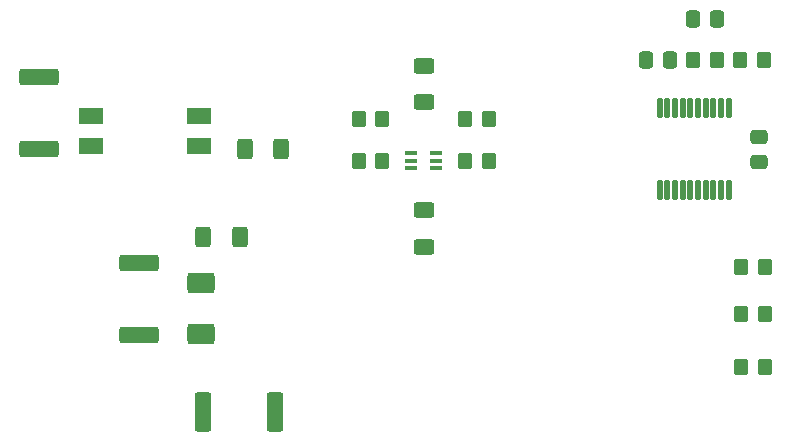
<source format=gbr>
%TF.GenerationSoftware,KiCad,Pcbnew,8.0.9-1.fc41*%
%TF.CreationDate,2025-10-07T12:33:13-07:00*%
%TF.ProjectId,silvia_pid_board,73696c76-6961-45f7-9069-645f626f6172,rev?*%
%TF.SameCoordinates,Original*%
%TF.FileFunction,Paste,Bot*%
%TF.FilePolarity,Positive*%
%FSLAX46Y46*%
G04 Gerber Fmt 4.6, Leading zero omitted, Abs format (unit mm)*
G04 Created by KiCad (PCBNEW 8.0.9-1.fc41) date 2025-10-07 12:33:13*
%MOMM*%
%LPD*%
G01*
G04 APERTURE LIST*
G04 Aperture macros list*
%AMRoundRect*
0 Rectangle with rounded corners*
0 $1 Rounding radius*
0 $2 $3 $4 $5 $6 $7 $8 $9 X,Y pos of 4 corners*
0 Add a 4 corners polygon primitive as box body*
4,1,4,$2,$3,$4,$5,$6,$7,$8,$9,$2,$3,0*
0 Add four circle primitives for the rounded corners*
1,1,$1+$1,$2,$3*
1,1,$1+$1,$4,$5*
1,1,$1+$1,$6,$7*
1,1,$1+$1,$8,$9*
0 Add four rect primitives between the rounded corners*
20,1,$1+$1,$2,$3,$4,$5,0*
20,1,$1+$1,$4,$5,$6,$7,0*
20,1,$1+$1,$6,$7,$8,$9,0*
20,1,$1+$1,$8,$9,$2,$3,0*%
G04 Aperture macros list end*
%ADD10RoundRect,0.250000X-0.400000X-0.625000X0.400000X-0.625000X0.400000X0.625000X-0.400000X0.625000X0*%
%ADD11RoundRect,0.249999X0.450001X1.425001X-0.450001X1.425001X-0.450001X-1.425001X0.450001X-1.425001X0*%
%ADD12RoundRect,0.249999X-1.425001X0.450001X-1.425001X-0.450001X1.425001X-0.450001X1.425001X0.450001X0*%
%ADD13RoundRect,0.250000X0.350000X0.450000X-0.350000X0.450000X-0.350000X-0.450000X0.350000X-0.450000X0*%
%ADD14RoundRect,0.250000X0.337500X0.475000X-0.337500X0.475000X-0.337500X-0.475000X0.337500X-0.475000X0*%
%ADD15RoundRect,0.250000X-0.625000X0.400000X-0.625000X-0.400000X0.625000X-0.400000X0.625000X0.400000X0*%
%ADD16RoundRect,0.060000X-0.180000X0.790000X-0.180000X-0.790000X0.180000X-0.790000X0.180000X0.790000X0*%
%ADD17RoundRect,0.250000X-0.475000X0.337500X-0.475000X-0.337500X0.475000X-0.337500X0.475000X0.337500X0*%
%ADD18RoundRect,0.250000X-0.350000X-0.450000X0.350000X-0.450000X0.350000X0.450000X-0.350000X0.450000X0*%
%ADD19RoundRect,0.249999X1.425001X-0.450001X1.425001X0.450001X-1.425001X0.450001X-1.425001X-0.450001X0*%
%ADD20R,1.000000X0.300000*%
%ADD21R,2.090000X1.440000*%
%ADD22RoundRect,0.250000X0.625000X-0.400000X0.625000X0.400000X-0.625000X0.400000X-0.625000X-0.400000X0*%
%ADD23RoundRect,0.250001X0.899999X-0.612499X0.899999X0.612499X-0.899999X0.612499X-0.899999X-0.612499X0*%
G04 APERTURE END LIST*
D10*
%TO.C,R4*%
X51950000Y-46000000D03*
X55050000Y-46000000D03*
%TD*%
D11*
%TO.C,R2*%
X58050000Y-60750000D03*
X51950000Y-60750000D03*
%TD*%
D12*
%TO.C,R1*%
X38000000Y-32450000D03*
X38000000Y-38550000D03*
%TD*%
D13*
%TO.C,R9*%
X67090000Y-39500000D03*
X65090000Y-39500000D03*
%TD*%
D14*
%TO.C,C3*%
X91462500Y-30975000D03*
X89387500Y-30975000D03*
%TD*%
D10*
%TO.C,R11*%
X55450000Y-38500000D03*
X58550000Y-38500000D03*
%TD*%
D13*
%TO.C,R14*%
X99500000Y-52500000D03*
X97500000Y-52500000D03*
%TD*%
D15*
%TO.C,R10*%
X70590000Y-43700000D03*
X70590000Y-46800000D03*
%TD*%
D13*
%TO.C,R6*%
X76090000Y-39500000D03*
X74090000Y-39500000D03*
%TD*%
%TO.C,R13*%
X99500000Y-48500000D03*
X97500000Y-48500000D03*
%TD*%
D16*
%TO.C,U6*%
X90575000Y-35040000D03*
X91225000Y-35040000D03*
X91875000Y-35040000D03*
X92525000Y-35040000D03*
X93175000Y-35040000D03*
X93825000Y-35040000D03*
X94475000Y-35040000D03*
X95125000Y-35040000D03*
X95775000Y-35040000D03*
X96425000Y-35040000D03*
X96425000Y-41960000D03*
X95775000Y-41960000D03*
X95125000Y-41960000D03*
X94475000Y-41960000D03*
X93825000Y-41960000D03*
X93175000Y-41960000D03*
X92525000Y-41960000D03*
X91875000Y-41960000D03*
X91225000Y-41960000D03*
X90575000Y-41960000D03*
%TD*%
D17*
%TO.C,C2*%
X99000000Y-37500000D03*
X99000000Y-39575000D03*
%TD*%
D13*
%TO.C,R12*%
X99500000Y-57000000D03*
X97500000Y-57000000D03*
%TD*%
D18*
%TO.C,R7*%
X74090000Y-36000000D03*
X76090000Y-36000000D03*
%TD*%
D19*
%TO.C,R3*%
X46500000Y-54300000D03*
X46500000Y-48200000D03*
%TD*%
D13*
%TO.C,FB1*%
X95425000Y-30975000D03*
X93425000Y-30975000D03*
%TD*%
D20*
%TO.C,U5*%
X69500000Y-40160000D03*
X69500000Y-39500000D03*
X69500000Y-38840000D03*
X71680000Y-38840000D03*
X71680000Y-39500000D03*
X71680000Y-40160000D03*
%TD*%
D13*
%TO.C,R15*%
X99425000Y-30975000D03*
X97425000Y-30975000D03*
%TD*%
D14*
%TO.C,C4*%
X95462500Y-27475000D03*
X93387500Y-27475000D03*
%TD*%
D21*
%TO.C,U1*%
X42460000Y-38270000D03*
X42460000Y-35730000D03*
X51540000Y-35730000D03*
X51540000Y-38270000D03*
%TD*%
D22*
%TO.C,R5*%
X70590000Y-34550000D03*
X70590000Y-31450000D03*
%TD*%
D23*
%TO.C,C1*%
X51750000Y-54162500D03*
X51750000Y-49837500D03*
%TD*%
D13*
%TO.C,R8*%
X67090000Y-36000000D03*
X65090000Y-36000000D03*
%TD*%
M02*

</source>
